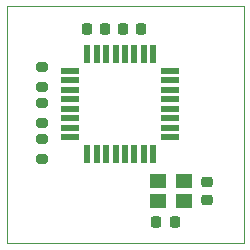
<source format=gbr>
G04 #@! TF.GenerationSoftware,KiCad,Pcbnew,(5.99.0-11522-g728b160719)*
G04 #@! TF.CreationDate,2021-08-06T10:01:32+10:00*
G04 #@! TF.ProjectId,OLED Deligate,4f4c4544-2044-4656-9c69-676174652e6b,rev?*
G04 #@! TF.SameCoordinates,Original*
G04 #@! TF.FileFunction,Paste,Top*
G04 #@! TF.FilePolarity,Positive*
%FSLAX46Y46*%
G04 Gerber Fmt 4.6, Leading zero omitted, Abs format (unit mm)*
G04 Created by KiCad (PCBNEW (5.99.0-11522-g728b160719)) date 2021-08-06 10:01:32*
%MOMM*%
%LPD*%
G01*
G04 APERTURE LIST*
G04 Aperture macros list*
%AMRoundRect*
0 Rectangle with rounded corners*
0 $1 Rounding radius*
0 $2 $3 $4 $5 $6 $7 $8 $9 X,Y pos of 4 corners*
0 Add a 4 corners polygon primitive as box body*
4,1,4,$2,$3,$4,$5,$6,$7,$8,$9,$2,$3,0*
0 Add four circle primitives for the rounded corners*
1,1,$1+$1,$2,$3*
1,1,$1+$1,$4,$5*
1,1,$1+$1,$6,$7*
1,1,$1+$1,$8,$9*
0 Add four rect primitives between the rounded corners*
20,1,$1+$1,$2,$3,$4,$5,0*
20,1,$1+$1,$4,$5,$6,$7,0*
20,1,$1+$1,$6,$7,$8,$9,0*
20,1,$1+$1,$8,$9,$2,$3,0*%
G04 Aperture macros list end*
G04 #@! TA.AperFunction,Profile*
%ADD10C,0.100000*%
G04 #@! TD*
%ADD11RoundRect,0.200000X0.275000X-0.200000X0.275000X0.200000X-0.275000X0.200000X-0.275000X-0.200000X0*%
%ADD12RoundRect,0.225000X-0.250000X0.225000X-0.250000X-0.225000X0.250000X-0.225000X0.250000X0.225000X0*%
%ADD13R,1.400000X1.200000*%
%ADD14RoundRect,0.200000X-0.275000X0.200000X-0.275000X-0.200000X0.275000X-0.200000X0.275000X0.200000X0*%
%ADD15RoundRect,0.225000X-0.225000X-0.250000X0.225000X-0.250000X0.225000X0.250000X-0.225000X0.250000X0*%
%ADD16RoundRect,0.225000X0.225000X0.250000X-0.225000X0.250000X-0.225000X-0.250000X0.225000X-0.250000X0*%
%ADD17R,0.550000X1.600000*%
%ADD18R,1.600000X0.550000*%
G04 APERTURE END LIST*
D10*
X143027000Y-94107000D02*
X122961000Y-94107000D01*
X122961000Y-94107000D02*
X122961000Y-74041000D01*
X122961000Y-74041000D02*
X143027000Y-74041000D01*
X143027000Y-74041000D02*
X143027000Y-94107000D01*
D11*
G04 #@! TO.C,R3*
X125984000Y-83883000D03*
X125984000Y-82233000D03*
G04 #@! TD*
D12*
G04 #@! TO.C,C4*
X139954000Y-88887000D03*
X139954000Y-90437000D03*
G04 #@! TD*
D13*
G04 #@! TO.C,Y1*
X135806000Y-90512000D03*
X138006000Y-90512000D03*
X138006000Y-88812000D03*
X135806000Y-88812000D03*
G04 #@! TD*
D14*
G04 #@! TO.C,R2*
X125984000Y-79185000D03*
X125984000Y-80835000D03*
G04 #@! TD*
D15*
G04 #@! TO.C,C1*
X129781000Y-75946000D03*
X131331000Y-75946000D03*
G04 #@! TD*
D11*
G04 #@! TO.C,R1*
X125984000Y-86931000D03*
X125984000Y-85281000D03*
G04 #@! TD*
D16*
G04 #@! TO.C,C3*
X137205000Y-92270000D03*
X135655000Y-92270000D03*
G04 #@! TD*
G04 #@! TO.C,C2*
X134379000Y-75946000D03*
X132829000Y-75946000D03*
G04 #@! TD*
D17*
G04 #@! TO.C,U1*
X129788000Y-86546000D03*
X130588000Y-86546000D03*
X131388000Y-86546000D03*
X132188000Y-86546000D03*
X132988000Y-86546000D03*
X133788000Y-86546000D03*
X134588000Y-86546000D03*
X135388000Y-86546000D03*
D18*
X136838000Y-85096000D03*
X136838000Y-84296000D03*
X136838000Y-83496000D03*
X136838000Y-82696000D03*
X136838000Y-81896000D03*
X136838000Y-81096000D03*
X136838000Y-80296000D03*
X136838000Y-79496000D03*
D17*
X135388000Y-78046000D03*
X134588000Y-78046000D03*
X133788000Y-78046000D03*
X132988000Y-78046000D03*
X132188000Y-78046000D03*
X131388000Y-78046000D03*
X130588000Y-78046000D03*
X129788000Y-78046000D03*
D18*
X128338000Y-79496000D03*
X128338000Y-80296000D03*
X128338000Y-81096000D03*
X128338000Y-81896000D03*
X128338000Y-82696000D03*
X128338000Y-83496000D03*
X128338000Y-84296000D03*
X128338000Y-85096000D03*
G04 #@! TD*
M02*

</source>
